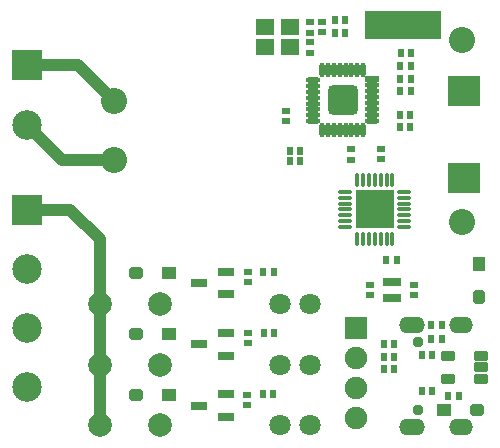
<source format=gbs>
G04*
G04 #@! TF.GenerationSoftware,Altium Limited,Altium Designer,23.4.1 (23)*
G04*
G04 Layer_Color=16711935*
%FSLAX25Y25*%
%MOIN*%
G70*
G04*
G04 #@! TF.SameCoordinates,8CB6A174-BB40-4334-975E-19112FE07875*
G04*
G04*
G04 #@! TF.FilePolarity,Negative*
G04*
G01*
G75*
%ADD15R,0.07493X0.07493*%
%ADD16C,0.07493*%
%ADD17R,0.09855X0.09855*%
%ADD18C,0.09855*%
%ADD19C,0.08674*%
%ADD20O,0.08674X0.05524*%
%ADD21O,0.07887X0.05524*%
%ADD22C,0.03753*%
%ADD23C,0.07887*%
%ADD24C,0.07099*%
%ADD63C,0.04000*%
%ADD64R,0.25306X0.09395*%
%ADD65R,0.02375X0.02769*%
%ADD66R,0.02769X0.02375*%
%ADD67R,0.01981X0.02572*%
%ADD68R,0.04737X0.01981*%
%ADD69O,0.04737X0.01981*%
%ADD70O,0.01981X0.04737*%
G04:AMPARAMS|DCode=71|XSize=98mil|YSize=98mil|CornerRadius=13mil|HoleSize=0mil|Usage=FLASHONLY|Rotation=180.000|XOffset=0mil|YOffset=0mil|HoleType=Round|Shape=RoundedRectangle|*
%AMROUNDEDRECTD71*
21,1,0.09800,0.07200,0,0,180.0*
21,1,0.07200,0.09800,0,0,180.0*
1,1,0.02600,-0.03600,0.03600*
1,1,0.02600,0.03600,0.03600*
1,1,0.02600,0.03600,-0.03600*
1,1,0.02600,-0.03600,-0.03600*
%
%ADD71ROUNDEDRECTD71*%
G04:AMPARAMS|DCode=72|XSize=47.37mil|YSize=39.5mil|CornerRadius=0mil|HoleSize=0mil|Usage=FLASHONLY|Rotation=180.000|XOffset=0mil|YOffset=0mil|HoleType=Round|Shape=Octagon|*
%AMOCTAGOND72*
4,1,8,-0.02368,0.00987,-0.02368,-0.00987,-0.01381,-0.01975,0.01381,-0.01975,0.02368,-0.00987,0.02368,0.00987,0.01381,0.01975,-0.01381,0.01975,-0.02368,0.00987,0.0*
%
%ADD72OCTAGOND72*%

%ADD73R,0.04737X0.03950*%
%ADD74R,0.05524X0.02769*%
%ADD75R,0.11036X0.10249*%
%ADD76R,0.05918X0.05524*%
%ADD77O,0.04540X0.01587*%
%ADD78O,0.01587X0.04540*%
%ADD79R,0.13123X0.13123*%
G04:AMPARAMS|DCode=80|XSize=47.37mil|YSize=39.5mil|CornerRadius=0mil|HoleSize=0mil|Usage=FLASHONLY|Rotation=270.000|XOffset=0mil|YOffset=0mil|HoleType=Round|Shape=Octagon|*
%AMOCTAGOND80*
4,1,8,-0.00987,-0.02368,0.00987,-0.02368,0.01975,-0.01381,0.01975,0.01381,0.00987,0.02368,-0.00987,0.02368,-0.01975,0.01381,-0.01975,-0.01381,-0.00987,-0.02368,0.0*
%
%ADD80OCTAGOND80*%

%ADD81R,0.03950X0.04737*%
G04:AMPARAMS|DCode=82|XSize=39.5mil|YSize=78.87mil|CornerRadius=11.87mil|HoleSize=0mil|Usage=FLASHONLY|Rotation=0.000|XOffset=0mil|YOffset=0mil|HoleType=Round|Shape=RoundedRectangle|*
%AMROUNDEDRECTD82*
21,1,0.03950,0.05512,0,0,0.0*
21,1,0.01575,0.07887,0,0,0.0*
1,1,0.02375,0.00787,-0.02756*
1,1,0.02375,-0.00787,-0.02756*
1,1,0.02375,-0.00787,0.02756*
1,1,0.02375,0.00787,0.02756*
%
%ADD82ROUNDEDRECTD82*%
G04:AMPARAMS|DCode=83|XSize=31.62mil|YSize=47.37mil|CornerRadius=6.01mil|HoleSize=0mil|Usage=FLASHONLY|Rotation=90.000|XOffset=0mil|YOffset=0mil|HoleType=Round|Shape=RoundedRectangle|*
%AMROUNDEDRECTD83*
21,1,0.03162,0.03535,0,0,90.0*
21,1,0.01961,0.04737,0,0,90.0*
1,1,0.01202,0.01768,0.00980*
1,1,0.01202,0.01768,-0.00980*
1,1,0.01202,-0.01768,-0.00980*
1,1,0.01202,-0.01768,0.00980*
%
%ADD83ROUNDEDRECTD83*%
D15*
X122200Y-82700D02*
D03*
D16*
Y-92700D02*
D03*
Y-102700D02*
D03*
Y-112700D02*
D03*
D17*
X12600Y5000D02*
D03*
Y-43215D02*
D03*
D18*
Y-15000D02*
D03*
Y-102270D02*
D03*
Y-82585D02*
D03*
Y-62900D02*
D03*
D19*
X157548Y-47273D02*
D03*
Y13357D02*
D03*
X41800Y-26800D02*
D03*
Y-7115D02*
D03*
D20*
X140875Y-115708D02*
D03*
Y-81692D02*
D03*
D21*
X157332D02*
D03*
Y-115708D02*
D03*
D22*
X142962Y-87322D02*
D03*
Y-110078D02*
D03*
D23*
X36900Y-74600D02*
D03*
X56900D02*
D03*
X36900Y-115200D02*
D03*
X56900D02*
D03*
X36900Y-94900D02*
D03*
X56900D02*
D03*
D24*
X96900Y-74600D02*
D03*
X106900D02*
D03*
X96900Y-115200D02*
D03*
X106900D02*
D03*
X96900Y-94900D02*
D03*
X106900D02*
D03*
D63*
X36900Y-115200D02*
Y-74600D01*
Y-53200D01*
X26915Y-43215D02*
X36900Y-53200D01*
X12600Y-43215D02*
X26915D01*
X12600Y-15000D02*
X24400Y-26800D01*
X41800D01*
X12600Y5000D02*
X29685D01*
X41800Y-7115D01*
D64*
X138053Y18402D02*
D03*
D65*
X103771Y-23600D02*
D03*
X100425Y-23600D02*
D03*
X103771Y-27100D02*
D03*
X100425Y-27100D02*
D03*
X147675Y-91800D02*
D03*
X144329D02*
D03*
X131725Y-92300D02*
D03*
X135071Y-92300D02*
D03*
X131725Y-96500D02*
D03*
X135071Y-96500D02*
D03*
X131725Y-88100D02*
D03*
X135071Y-88100D02*
D03*
X91525Y-63900D02*
D03*
X94871Y-63900D02*
D03*
X118771Y15500D02*
D03*
X115228Y15500D02*
D03*
X118771Y20000D02*
D03*
X115228Y20000D02*
D03*
X137129Y450D02*
D03*
X140672Y450D02*
D03*
X132529Y-59900D02*
D03*
X135875Y-59900D02*
D03*
X95071Y-84500D02*
D03*
X91725Y-84500D02*
D03*
X94771Y-104800D02*
D03*
X91425D02*
D03*
X140472Y-15800D02*
D03*
X136929Y-15800D02*
D03*
X140471Y-11600D02*
D03*
X137125Y-11600D02*
D03*
X137225Y8900D02*
D03*
X140571D02*
D03*
X137129Y4600D02*
D03*
X140672Y4600D02*
D03*
X137129Y-3700D02*
D03*
X140672Y-3700D02*
D03*
X144329Y-103600D02*
D03*
X147675D02*
D03*
X153128Y-105300D02*
D03*
X156671Y-105300D02*
D03*
X150972Y-86300D02*
D03*
X147429Y-86300D02*
D03*
X151072Y-81700D02*
D03*
X147529Y-81700D02*
D03*
D66*
X127100Y-68229D02*
D03*
X127100Y-71575D02*
D03*
X141700Y-71671D02*
D03*
X141700Y-68325D02*
D03*
X86200Y-67275D02*
D03*
Y-63929D02*
D03*
X130600Y-26475D02*
D03*
X130600Y-23129D02*
D03*
X106913Y15729D02*
D03*
X106913Y19272D02*
D03*
X106912Y12571D02*
D03*
X106913Y9028D02*
D03*
X98900Y-13771D02*
D03*
X98900Y-10228D02*
D03*
X120800Y-23029D02*
D03*
X120800Y-26572D02*
D03*
X86400Y-84429D02*
D03*
Y-87775D02*
D03*
X86000Y-104929D02*
D03*
Y-108275D02*
D03*
X111113Y19200D02*
D03*
X111113Y15854D02*
D03*
D67*
X136469Y-67354D02*
D03*
X134500Y-67354D02*
D03*
X132532D02*
D03*
X132532Y-72669D02*
D03*
X134500D02*
D03*
X136469D02*
D03*
D68*
X127853Y192D02*
D03*
D69*
Y-1777D02*
D03*
Y-3746D02*
D03*
Y-5715D02*
D03*
Y-7684D02*
D03*
Y-9653D02*
D03*
Y-11622D02*
D03*
Y-13591D02*
D03*
X107947Y-13788D02*
D03*
Y-11819D02*
D03*
Y-9850D02*
D03*
Y-7881D02*
D03*
Y-5912D02*
D03*
Y-3943D02*
D03*
Y-1974D02*
D03*
Y-5D02*
D03*
D70*
X124792Y-16653D02*
D03*
X122822D02*
D03*
X120853D02*
D03*
X118885D02*
D03*
X116916D02*
D03*
X114946D02*
D03*
X112978D02*
D03*
X111009D02*
D03*
Y3253D02*
D03*
X112978D02*
D03*
X114946D02*
D03*
X116916D02*
D03*
X118885D02*
D03*
X120853D02*
D03*
X122822D02*
D03*
X124792D02*
D03*
D71*
X117900Y-6700D02*
D03*
D72*
X49088Y-84850D02*
D03*
Y-64500D02*
D03*
Y-105200D02*
D03*
X162812Y-110100D02*
D03*
D73*
X60112Y-84850D02*
D03*
Y-64500D02*
D03*
Y-105200D02*
D03*
X151788Y-110100D02*
D03*
D74*
X69900Y-67700D02*
D03*
X78900Y-71440D02*
D03*
Y-63960D02*
D03*
Y-84410D02*
D03*
Y-91890D02*
D03*
X69900Y-88150D02*
D03*
X78900Y-104860D02*
D03*
Y-112340D02*
D03*
X69900Y-108600D02*
D03*
D75*
X158300Y-3830D02*
D03*
Y-32570D02*
D03*
D76*
X100234Y17646D02*
D03*
X91966D02*
D03*
Y10954D02*
D03*
X100234D02*
D03*
D77*
X138344Y-37295D02*
D03*
Y-39263D02*
D03*
Y-41232D02*
D03*
Y-43200D02*
D03*
Y-45169D02*
D03*
Y-47137D02*
D03*
Y-49106D02*
D03*
X118856D02*
D03*
Y-47137D02*
D03*
Y-45169D02*
D03*
Y-43200D02*
D03*
Y-41232D02*
D03*
Y-39263D02*
D03*
Y-37295D02*
D03*
D78*
X134505Y-52944D02*
D03*
X132537D02*
D03*
X130569D02*
D03*
X128600D02*
D03*
X126631D02*
D03*
X124663D02*
D03*
X122695D02*
D03*
Y-33456D02*
D03*
X124663D02*
D03*
X126631D02*
D03*
X128600D02*
D03*
X130569D02*
D03*
X132537D02*
D03*
X134505D02*
D03*
D79*
X128600Y-43200D02*
D03*
D80*
X163200Y-72512D02*
D03*
D81*
Y-61488D02*
D03*
D82*
X147991Y18200D02*
D03*
X127900D02*
D03*
D83*
X153100Y-92120D02*
D03*
Y-99600D02*
D03*
X163927D02*
D03*
X163927Y-95860D02*
D03*
X163927Y-92120D02*
D03*
M02*

</source>
